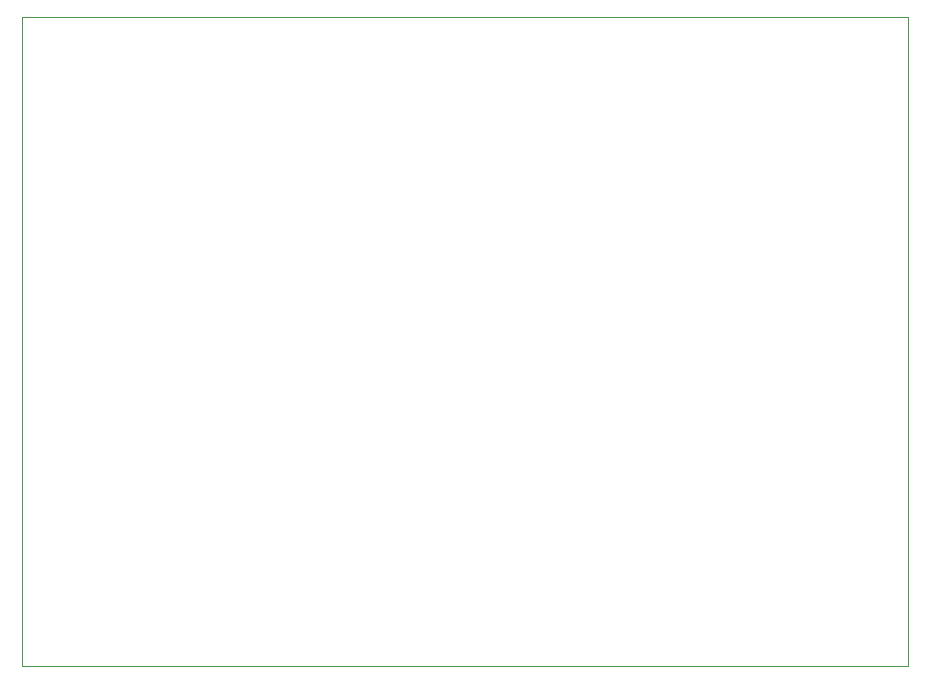
<source format=gm1>
G04 #@! TF.GenerationSoftware,KiCad,Pcbnew,8.0.9*
G04 #@! TF.CreationDate,2025-07-12T12:55:35+02:00*
G04 #@! TF.ProjectId,OBD_Circuit,4f42445f-4369-4726-9375-69742e6b6963,rev?*
G04 #@! TF.SameCoordinates,Original*
G04 #@! TF.FileFunction,Profile,NP*
%FSLAX46Y46*%
G04 Gerber Fmt 4.6, Leading zero omitted, Abs format (unit mm)*
G04 Created by KiCad (PCBNEW 8.0.9) date 2025-07-12 12:55:35*
%MOMM*%
%LPD*%
G01*
G04 APERTURE LIST*
G04 #@! TA.AperFunction,Profile*
%ADD10C,0.050000*%
G04 #@! TD*
G04 APERTURE END LIST*
D10*
X120000000Y-70000000D02*
X195000000Y-70000000D01*
X195000000Y-125000000D01*
X120000000Y-125000000D01*
X120000000Y-70000000D01*
M02*

</source>
